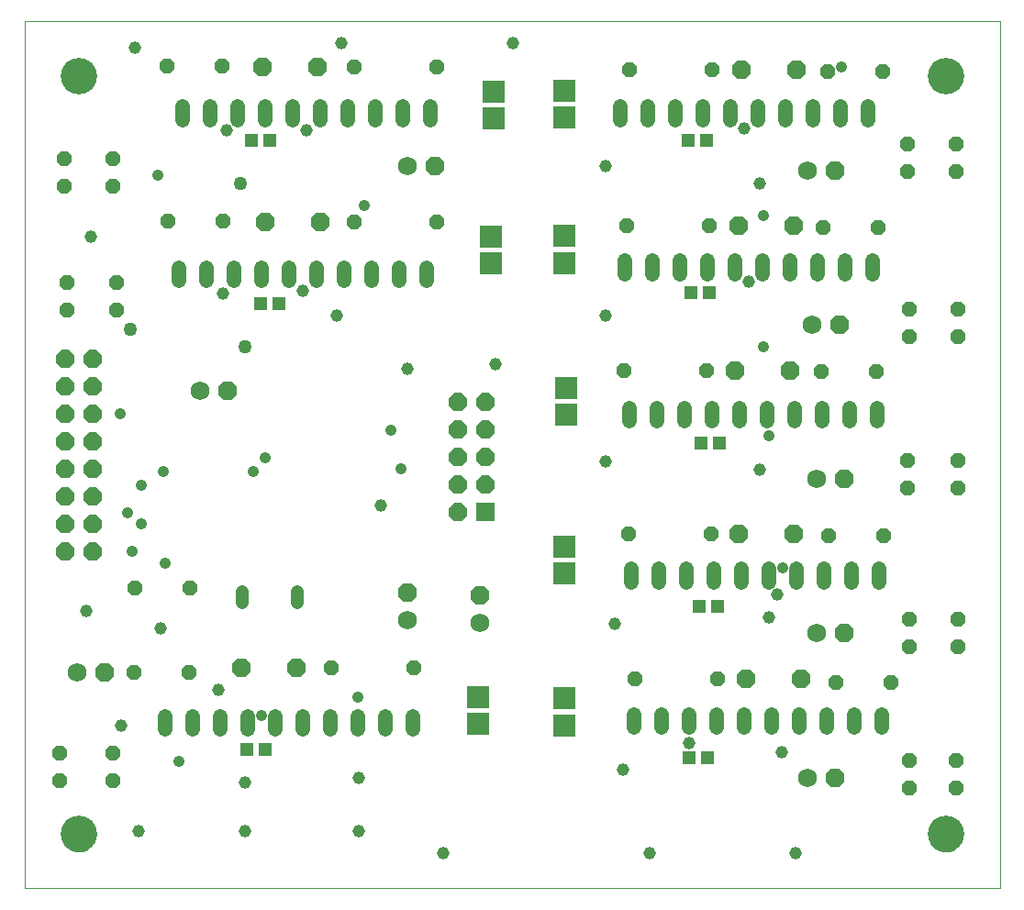
<source format=gbs>
G75*
G70*
%OFA0B0*%
%FSLAX24Y24*%
%IPPOS*%
%LPD*%
%AMOC8*
5,1,8,0,0,1.08239X$1,22.5*
%
%ADD10C,0.0000*%
%ADD11C,0.1320*%
%ADD12C,0.0535*%
%ADD13OC8,0.0660*%
%ADD14C,0.0460*%
%ADD15R,0.0493X0.0454*%
%ADD16OC8,0.0540*%
%ADD17OC8,0.0690*%
%ADD18R,0.0828X0.0828*%
%ADD19R,0.0660X0.0660*%
%ADD20C,0.0690*%
%ADD21C,0.0457*%
%ADD22C,0.0417*%
%ADD23C,0.0496*%
D10*
X001140Y001460D02*
X001140Y032956D01*
X036573Y032956D01*
X036573Y001460D01*
X001140Y001460D01*
X002479Y003429D02*
X002481Y003479D01*
X002487Y003529D01*
X002497Y003578D01*
X002511Y003626D01*
X002528Y003673D01*
X002549Y003718D01*
X002574Y003762D01*
X002602Y003803D01*
X002634Y003842D01*
X002668Y003879D01*
X002705Y003913D01*
X002745Y003943D01*
X002787Y003970D01*
X002831Y003994D01*
X002877Y004015D01*
X002924Y004031D01*
X002972Y004044D01*
X003022Y004053D01*
X003071Y004058D01*
X003122Y004059D01*
X003172Y004056D01*
X003221Y004049D01*
X003270Y004038D01*
X003318Y004023D01*
X003364Y004005D01*
X003409Y003983D01*
X003452Y003957D01*
X003493Y003928D01*
X003532Y003896D01*
X003568Y003861D01*
X003600Y003823D01*
X003630Y003783D01*
X003657Y003740D01*
X003680Y003696D01*
X003699Y003650D01*
X003715Y003602D01*
X003727Y003553D01*
X003735Y003504D01*
X003739Y003454D01*
X003739Y003404D01*
X003735Y003354D01*
X003727Y003305D01*
X003715Y003256D01*
X003699Y003208D01*
X003680Y003162D01*
X003657Y003118D01*
X003630Y003075D01*
X003600Y003035D01*
X003568Y002997D01*
X003532Y002962D01*
X003493Y002930D01*
X003452Y002901D01*
X003409Y002875D01*
X003364Y002853D01*
X003318Y002835D01*
X003270Y002820D01*
X003221Y002809D01*
X003172Y002802D01*
X003122Y002799D01*
X003071Y002800D01*
X003022Y002805D01*
X002972Y002814D01*
X002924Y002827D01*
X002877Y002843D01*
X002831Y002864D01*
X002787Y002888D01*
X002745Y002915D01*
X002705Y002945D01*
X002668Y002979D01*
X002634Y003016D01*
X002602Y003055D01*
X002574Y003096D01*
X002549Y003140D01*
X002528Y003185D01*
X002511Y003232D01*
X002497Y003280D01*
X002487Y003329D01*
X002481Y003379D01*
X002479Y003429D01*
X002479Y030988D02*
X002481Y031038D01*
X002487Y031088D01*
X002497Y031137D01*
X002511Y031185D01*
X002528Y031232D01*
X002549Y031277D01*
X002574Y031321D01*
X002602Y031362D01*
X002634Y031401D01*
X002668Y031438D01*
X002705Y031472D01*
X002745Y031502D01*
X002787Y031529D01*
X002831Y031553D01*
X002877Y031574D01*
X002924Y031590D01*
X002972Y031603D01*
X003022Y031612D01*
X003071Y031617D01*
X003122Y031618D01*
X003172Y031615D01*
X003221Y031608D01*
X003270Y031597D01*
X003318Y031582D01*
X003364Y031564D01*
X003409Y031542D01*
X003452Y031516D01*
X003493Y031487D01*
X003532Y031455D01*
X003568Y031420D01*
X003600Y031382D01*
X003630Y031342D01*
X003657Y031299D01*
X003680Y031255D01*
X003699Y031209D01*
X003715Y031161D01*
X003727Y031112D01*
X003735Y031063D01*
X003739Y031013D01*
X003739Y030963D01*
X003735Y030913D01*
X003727Y030864D01*
X003715Y030815D01*
X003699Y030767D01*
X003680Y030721D01*
X003657Y030677D01*
X003630Y030634D01*
X003600Y030594D01*
X003568Y030556D01*
X003532Y030521D01*
X003493Y030489D01*
X003452Y030460D01*
X003409Y030434D01*
X003364Y030412D01*
X003318Y030394D01*
X003270Y030379D01*
X003221Y030368D01*
X003172Y030361D01*
X003122Y030358D01*
X003071Y030359D01*
X003022Y030364D01*
X002972Y030373D01*
X002924Y030386D01*
X002877Y030402D01*
X002831Y030423D01*
X002787Y030447D01*
X002745Y030474D01*
X002705Y030504D01*
X002668Y030538D01*
X002634Y030575D01*
X002602Y030614D01*
X002574Y030655D01*
X002549Y030699D01*
X002528Y030744D01*
X002511Y030791D01*
X002497Y030839D01*
X002487Y030888D01*
X002481Y030938D01*
X002479Y030988D01*
X033975Y030988D02*
X033977Y031038D01*
X033983Y031088D01*
X033993Y031137D01*
X034007Y031185D01*
X034024Y031232D01*
X034045Y031277D01*
X034070Y031321D01*
X034098Y031362D01*
X034130Y031401D01*
X034164Y031438D01*
X034201Y031472D01*
X034241Y031502D01*
X034283Y031529D01*
X034327Y031553D01*
X034373Y031574D01*
X034420Y031590D01*
X034468Y031603D01*
X034518Y031612D01*
X034567Y031617D01*
X034618Y031618D01*
X034668Y031615D01*
X034717Y031608D01*
X034766Y031597D01*
X034814Y031582D01*
X034860Y031564D01*
X034905Y031542D01*
X034948Y031516D01*
X034989Y031487D01*
X035028Y031455D01*
X035064Y031420D01*
X035096Y031382D01*
X035126Y031342D01*
X035153Y031299D01*
X035176Y031255D01*
X035195Y031209D01*
X035211Y031161D01*
X035223Y031112D01*
X035231Y031063D01*
X035235Y031013D01*
X035235Y030963D01*
X035231Y030913D01*
X035223Y030864D01*
X035211Y030815D01*
X035195Y030767D01*
X035176Y030721D01*
X035153Y030677D01*
X035126Y030634D01*
X035096Y030594D01*
X035064Y030556D01*
X035028Y030521D01*
X034989Y030489D01*
X034948Y030460D01*
X034905Y030434D01*
X034860Y030412D01*
X034814Y030394D01*
X034766Y030379D01*
X034717Y030368D01*
X034668Y030361D01*
X034618Y030358D01*
X034567Y030359D01*
X034518Y030364D01*
X034468Y030373D01*
X034420Y030386D01*
X034373Y030402D01*
X034327Y030423D01*
X034283Y030447D01*
X034241Y030474D01*
X034201Y030504D01*
X034164Y030538D01*
X034130Y030575D01*
X034098Y030614D01*
X034070Y030655D01*
X034045Y030699D01*
X034024Y030744D01*
X034007Y030791D01*
X033993Y030839D01*
X033983Y030888D01*
X033977Y030938D01*
X033975Y030988D01*
X033975Y003429D02*
X033977Y003479D01*
X033983Y003529D01*
X033993Y003578D01*
X034007Y003626D01*
X034024Y003673D01*
X034045Y003718D01*
X034070Y003762D01*
X034098Y003803D01*
X034130Y003842D01*
X034164Y003879D01*
X034201Y003913D01*
X034241Y003943D01*
X034283Y003970D01*
X034327Y003994D01*
X034373Y004015D01*
X034420Y004031D01*
X034468Y004044D01*
X034518Y004053D01*
X034567Y004058D01*
X034618Y004059D01*
X034668Y004056D01*
X034717Y004049D01*
X034766Y004038D01*
X034814Y004023D01*
X034860Y004005D01*
X034905Y003983D01*
X034948Y003957D01*
X034989Y003928D01*
X035028Y003896D01*
X035064Y003861D01*
X035096Y003823D01*
X035126Y003783D01*
X035153Y003740D01*
X035176Y003696D01*
X035195Y003650D01*
X035211Y003602D01*
X035223Y003553D01*
X035231Y003504D01*
X035235Y003454D01*
X035235Y003404D01*
X035231Y003354D01*
X035223Y003305D01*
X035211Y003256D01*
X035195Y003208D01*
X035176Y003162D01*
X035153Y003118D01*
X035126Y003075D01*
X035096Y003035D01*
X035064Y002997D01*
X035028Y002962D01*
X034989Y002930D01*
X034948Y002901D01*
X034905Y002875D01*
X034860Y002853D01*
X034814Y002835D01*
X034766Y002820D01*
X034717Y002809D01*
X034668Y002802D01*
X034618Y002799D01*
X034567Y002800D01*
X034518Y002805D01*
X034468Y002814D01*
X034420Y002827D01*
X034373Y002843D01*
X034327Y002864D01*
X034283Y002888D01*
X034241Y002915D01*
X034201Y002945D01*
X034164Y002979D01*
X034130Y003016D01*
X034098Y003055D01*
X034070Y003096D01*
X034045Y003140D01*
X034024Y003185D01*
X034007Y003232D01*
X033993Y003280D01*
X033983Y003329D01*
X033977Y003379D01*
X033975Y003429D01*
D11*
X034605Y003429D03*
X034605Y030988D03*
X003109Y030988D03*
X003109Y003429D03*
D12*
X006240Y007223D02*
X006240Y007697D01*
X007240Y007697D02*
X007240Y007223D01*
X008240Y007223D02*
X008240Y007697D01*
X009240Y007697D02*
X009240Y007223D01*
X010240Y007223D02*
X010240Y007697D01*
X011240Y007697D02*
X011240Y007223D01*
X012240Y007223D02*
X012240Y007697D01*
X013240Y007697D02*
X013240Y007223D01*
X014240Y007223D02*
X014240Y007697D01*
X015240Y007697D02*
X015240Y007223D01*
X023280Y007303D02*
X023280Y007777D01*
X024280Y007777D02*
X024280Y007303D01*
X025280Y007303D02*
X025280Y007777D01*
X026280Y007777D02*
X026280Y007303D01*
X027280Y007303D02*
X027280Y007777D01*
X028280Y007777D02*
X028280Y007303D01*
X029280Y007303D02*
X029280Y007777D01*
X030280Y007777D02*
X030280Y007303D01*
X031280Y007303D02*
X031280Y007777D01*
X032280Y007777D02*
X032280Y007303D01*
X032200Y012583D02*
X032200Y013057D01*
X031200Y013057D02*
X031200Y012583D01*
X030200Y012583D02*
X030200Y013057D01*
X029200Y013057D02*
X029200Y012583D01*
X028200Y012583D02*
X028200Y013057D01*
X027200Y013057D02*
X027200Y012583D01*
X026200Y012583D02*
X026200Y013057D01*
X025200Y013057D02*
X025200Y012583D01*
X024200Y012583D02*
X024200Y013057D01*
X023200Y013057D02*
X023200Y012583D01*
X023120Y018423D02*
X023120Y018897D01*
X024120Y018897D02*
X024120Y018423D01*
X025120Y018423D02*
X025120Y018897D01*
X026120Y018897D02*
X026120Y018423D01*
X027120Y018423D02*
X027120Y018897D01*
X028120Y018897D02*
X028120Y018423D01*
X029120Y018423D02*
X029120Y018897D01*
X030120Y018897D02*
X030120Y018423D01*
X031120Y018423D02*
X031120Y018897D01*
X032120Y018897D02*
X032120Y018423D01*
X031960Y023783D02*
X031960Y024257D01*
X030960Y024257D02*
X030960Y023783D01*
X029960Y023783D02*
X029960Y024257D01*
X028960Y024257D02*
X028960Y023783D01*
X027960Y023783D02*
X027960Y024257D01*
X026960Y024257D02*
X026960Y023783D01*
X025960Y023783D02*
X025960Y024257D01*
X024960Y024257D02*
X024960Y023783D01*
X023960Y023783D02*
X023960Y024257D01*
X022960Y024257D02*
X022960Y023783D01*
X022800Y029383D02*
X022800Y029857D01*
X023800Y029857D02*
X023800Y029383D01*
X024800Y029383D02*
X024800Y029857D01*
X025800Y029857D02*
X025800Y029383D01*
X026800Y029383D02*
X026800Y029857D01*
X027800Y029857D02*
X027800Y029383D01*
X028800Y029383D02*
X028800Y029857D01*
X029800Y029857D02*
X029800Y029383D01*
X030800Y029383D02*
X030800Y029857D01*
X031800Y029857D02*
X031800Y029383D01*
X015880Y029383D02*
X015880Y029857D01*
X014880Y029857D02*
X014880Y029383D01*
X013880Y029383D02*
X013880Y029857D01*
X012880Y029857D02*
X012880Y029383D01*
X011880Y029383D02*
X011880Y029857D01*
X010880Y029857D02*
X010880Y029383D01*
X009880Y029383D02*
X009880Y029857D01*
X008880Y029857D02*
X008880Y029383D01*
X007880Y029383D02*
X007880Y029857D01*
X006880Y029857D02*
X006880Y029383D01*
X006740Y024017D02*
X006740Y023543D01*
X007740Y023543D02*
X007740Y024017D01*
X008740Y024017D02*
X008740Y023543D01*
X009740Y023543D02*
X009740Y024017D01*
X010740Y024017D02*
X010740Y023543D01*
X011740Y023543D02*
X011740Y024017D01*
X012740Y024017D02*
X012740Y023543D01*
X013740Y023543D02*
X013740Y024017D01*
X014740Y024017D02*
X014740Y023543D01*
X015740Y023543D02*
X015740Y024017D01*
D13*
X016880Y019140D03*
X017880Y019140D03*
X017880Y018140D03*
X017880Y017140D03*
X016880Y017140D03*
X016880Y018140D03*
X016880Y016140D03*
X017880Y016140D03*
X016880Y015140D03*
X003609Y014708D03*
X003609Y013708D03*
X002609Y013708D03*
X002609Y014708D03*
X002609Y015708D03*
X003609Y015708D03*
X003609Y016708D03*
X003609Y017708D03*
X003609Y018708D03*
X003609Y019708D03*
X003609Y020708D03*
X002609Y020708D03*
X002609Y019708D03*
X002609Y018708D03*
X002609Y017708D03*
X002609Y016708D03*
D14*
X009040Y012225D02*
X009040Y011825D01*
X011040Y011825D02*
X011040Y012225D01*
D15*
X009895Y006500D03*
X009225Y006500D03*
X025285Y006220D03*
X025955Y006220D03*
X025665Y011720D03*
X026335Y011720D03*
X026375Y017640D03*
X025705Y017640D03*
X026015Y023100D03*
X025345Y023100D03*
X025245Y028640D03*
X025915Y028640D03*
X010395Y022720D03*
X009725Y022720D03*
X009395Y028640D03*
X010065Y028640D03*
D16*
X008325Y031335D03*
X006325Y031335D03*
X004340Y027960D03*
X004340Y026960D03*
X002580Y026960D03*
X002580Y027960D03*
X006370Y025695D03*
X008370Y025695D03*
X004480Y023460D03*
X004480Y022460D03*
X002680Y022460D03*
X002680Y023460D03*
X013120Y025660D03*
X016120Y025660D03*
X016105Y031320D03*
X013105Y031320D03*
X023125Y031190D03*
X026125Y031190D03*
X030305Y031130D03*
X032305Y031130D03*
X033220Y028520D03*
X033220Y027520D03*
X034980Y027520D03*
X034980Y028520D03*
X032160Y025470D03*
X030160Y025470D03*
X033300Y022520D03*
X033300Y021520D03*
X032095Y020255D03*
X030095Y020255D03*
X033220Y017000D03*
X033220Y016000D03*
X035060Y016000D03*
X035060Y017000D03*
X032355Y014270D03*
X030355Y014270D03*
X033300Y011240D03*
X033300Y010240D03*
X032635Y008945D03*
X030635Y008945D03*
X033300Y006120D03*
X033300Y005120D03*
X034980Y005120D03*
X034980Y006120D03*
X035060Y010240D03*
X035060Y011240D03*
X026320Y009060D03*
X023320Y009060D03*
X023080Y014340D03*
X026080Y014340D03*
X025920Y020260D03*
X022920Y020260D03*
X023015Y025555D03*
X026015Y025555D03*
X035060Y022520D03*
X035060Y021520D03*
X015280Y009460D03*
X012280Y009460D03*
X007130Y009315D03*
X005130Y009315D03*
X005170Y012365D03*
X007170Y012365D03*
X004340Y006360D03*
X004340Y005360D03*
X002420Y005360D03*
X002420Y006360D03*
D17*
X004040Y009300D03*
X009020Y009460D03*
X011020Y009460D03*
X015060Y012200D03*
X017700Y012120D03*
X027100Y014340D03*
X029100Y014340D03*
X030920Y016340D03*
X028940Y020260D03*
X026940Y020260D03*
X030760Y021940D03*
X029100Y025540D03*
X027100Y025540D03*
X030600Y027540D03*
X029180Y031220D03*
X027180Y031220D03*
X016040Y027700D03*
X011880Y025660D03*
X009880Y025660D03*
X009800Y031320D03*
X011800Y031320D03*
X008520Y019540D03*
X027340Y009060D03*
X029340Y009060D03*
X030920Y010740D03*
X030600Y005460D03*
D18*
X020740Y007380D03*
X020740Y008364D03*
X017620Y008420D03*
X017620Y007436D03*
X020740Y012900D03*
X020740Y013884D03*
X020820Y018660D03*
X020820Y019644D03*
X020740Y024180D03*
X020740Y025164D03*
X018100Y025140D03*
X018100Y024156D03*
X018180Y029436D03*
X018180Y030420D03*
X020740Y030444D03*
X020740Y029460D03*
D19*
X017880Y015140D03*
D20*
X017700Y011120D03*
X015060Y011200D03*
X007520Y019540D03*
X015040Y027700D03*
X029600Y027540D03*
X029760Y021940D03*
X029920Y016340D03*
X029920Y010740D03*
X029600Y005460D03*
X003040Y009300D03*
D21*
X003380Y011540D03*
X006100Y010900D03*
X008180Y008660D03*
X004660Y007380D03*
X005300Y003540D03*
X009140Y003540D03*
X009140Y005300D03*
X013300Y005460D03*
X013300Y003540D03*
X016340Y002740D03*
X022900Y005780D03*
X025300Y006740D03*
X028660Y006420D03*
X029140Y002740D03*
X023860Y002740D03*
X022580Y011060D03*
X028180Y011300D03*
X028500Y012140D03*
X027860Y016660D03*
X022260Y016980D03*
X018260Y020500D03*
X015060Y020340D03*
X012500Y022260D03*
X011260Y023180D03*
X008340Y023060D03*
X003540Y025140D03*
X008500Y029020D03*
X011380Y029020D03*
X012660Y032180D03*
X018900Y032180D03*
X022260Y027700D03*
X027300Y029060D03*
X027860Y027060D03*
X027460Y023500D03*
X022260Y022260D03*
X014100Y015380D03*
X005140Y032020D03*
D22*
X005980Y027380D03*
X013500Y026260D03*
X004620Y018700D03*
X006180Y016620D03*
X005380Y016100D03*
X004900Y015100D03*
X005380Y014700D03*
X005060Y013700D03*
X006260Y013260D03*
X009460Y016620D03*
X009900Y017100D03*
X014460Y018100D03*
X014820Y016700D03*
X013260Y008420D03*
X009740Y007740D03*
X006740Y006060D03*
X028180Y017900D03*
X027980Y021140D03*
X027980Y025900D03*
X030820Y031300D03*
X028700Y013100D03*
D23*
X009140Y021140D03*
X004980Y021780D03*
X008980Y027060D03*
M02*

</source>
